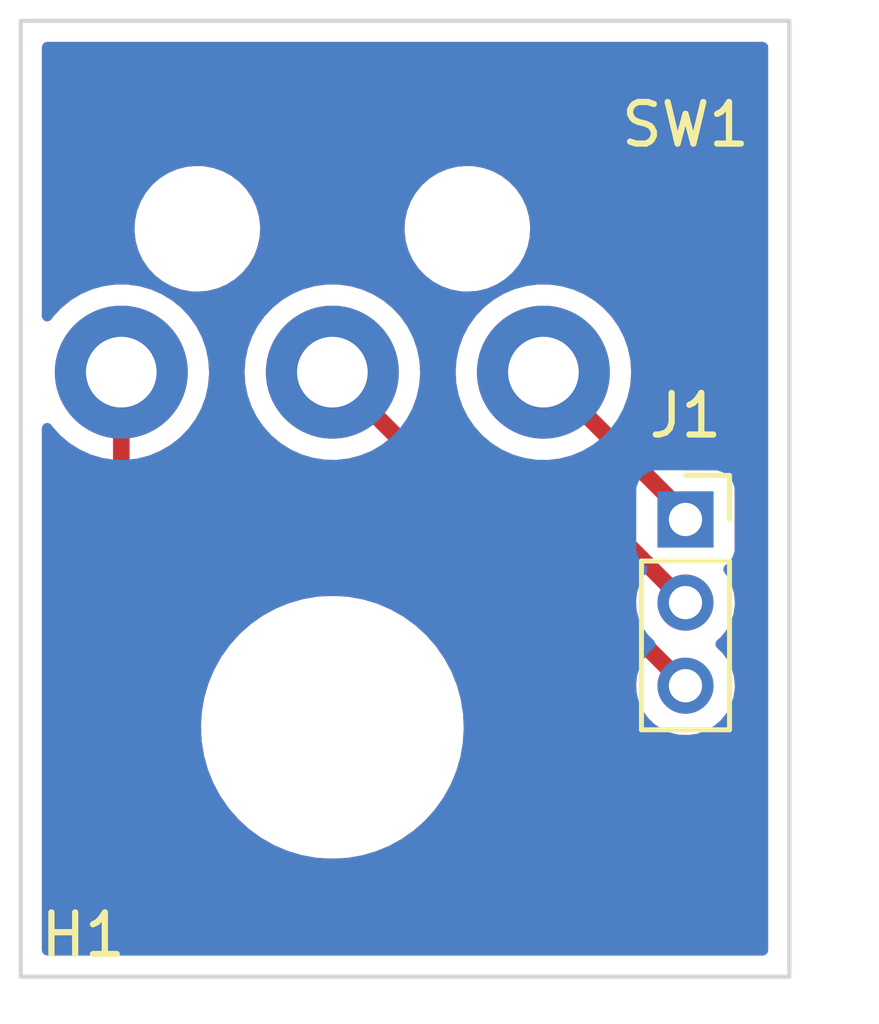
<source format=kicad_pcb>
(kicad_pcb (version 20211014) (generator pcbnew)
  (layers (0 "F.Cu" signal) (31 "B.Cu" signal) (34 "B.Paste" user) (35 "F.Paste" user) (36 "B.SilkS" user "B.Silkscreen") (37 "F.SilkS" user "F.Silkscreen") (38 "B.Mask" user) (39 "F.Mask" user) (44 "Edge.Cuts" user))
  (net 0 "")
  (net 1 "Net-(J1-Pad3)")
  (net 2 "Net-(J1-Pad1)")
  (net 3 "Net-(J1-Pad2)")
  (footprint "Connector_PinSocket_2.00mm:PinSocket_1x03_P2.00mm_Vertical" (layer "F.Cu") (at 136 72)
    (fp_text reference "J1" (at 0 -2.5) (layer "F.SilkS"))
    (fp_text value "Conn_01x03")
    (fp_line (start 1.06 -1.06) (end 1.06 0) (layer "F.SilkS") (width 0.12))
    (fp_line (start 0 -1.06) (end 1.06 -1.06) (layer "F.SilkS") (width 0.12))
    (fp_line (start 1.06 1) (end 1.06 5.06) (layer "F.SilkS") (width 0.12))
    (fp_line (start -1.06 5.06) (end 1.06 5.06) (layer "F.SilkS") (width 0.12))
    (fp_line (start -1.06 1) (end 1.06 1) (layer "F.SilkS") (width 0.12))
    (fp_line (start -1.06 1) (end -1.06 5.06) (layer "F.SilkS") (width 0.12))
    (pad "1" thru_hole rect (at 0 0) (size 1.35 1.35) (drill 0.8) (layers *.Cu *.Mask) (net 2 "Net-(J1-Pad1)"))
    (pad "2" thru_hole oval (at 0 2) (size 1.35 1.35) (drill 0.8) (layers *.Cu *.Mask) (net 3 "Net-(J1-Pad2)"))
    (pad "3" thru_hole oval (at 0 4) (size 1.35 1.35) (drill 0.8) (layers *.Cu *.Mask) (net 1 "Net-(J1-Pad3)"))
  )
  (footprint "MountingHole:MountingHole_5.3mm_M5" (layer "F.Cu") (at 127.5 77)
    (fp_text reference "H1" (at -6 5) (layer "F.SilkS"))
    (fp_text value "MountingHole")
    (pad "" np_thru_hole circle (at 0 0) (size 5.3 5.3) (drill 5.3) (layers *.Cu *.Mask))
  )
  (footprint "Limit_Switch_custom:SS075Q102F035V2A" (layer "F.Cu") (at 127.5 68.455)
    (fp_text reference "SW1" (at 8.5 -5.955 unlocked) (layer "F.SilkS"))
    (fp_text value "SW_SPDT")
    (pad "" np_thru_hole circle (at 3.25 -3.45) (size 2 2) (drill 2) (layers F&B.Cu *.Mask))
    (pad "" np_thru_hole circle (at -3.25 -3.45) (size 2 2) (drill 2) (layers F&B.Cu *.Mask))
    (pad "1" thru_hole circle (at 5.08 0) (size 3.2 3.2) (drill 1.7) (layers *.Cu *.Mask) (net 2 "Net-(J1-Pad1)"))
    (pad "2" thru_hole circle (at -5.08 0) (size 3.2 3.2) (drill 1.7) (layers *.Cu *.Mask) (net 1 "Net-(J1-Pad3)"))
    (pad "3" thru_hole circle (at 0 0) (size 3.2 3.2) (drill 1.7) (layers *.Cu *.Mask) (net 3 "Net-(J1-Pad2)"))
  )
  (gr_rect (start 120 60) (end 138.5 83) (layer "Edge.Cuts") (width 0.1) (fill none))
  (segment (start 122.42 70.92) (end 122.42 68.455) (width 0.4) (layer "F.Cu") (net 1))
  (segment (start 124 72.5) (end 122.42 70.92) (width 0.4) (layer "F.Cu") (net 1))
  (segment (start 132.5 72.5) (end 124 72.5) (width 0.4) (layer "F.Cu") (net 1))
  (segment (start 136 76) (end 132.5 72.5) (width 0.4) (layer "F.Cu") (net 1))
  (segment (start 132.58 68.455) (end 136 71.875) (width 0.4) (layer "F.Cu") (net 2))
  (segment (start 132.625 68.5) (end 132.58 68.455) (width 1) (layer "F.Cu") (net 2))
  (segment (start 136 71.875) (end 136 72) (width 0.4) (layer "F.Cu") (net 2))
  (segment (start 133 71) (end 130.045 71) (width 0.4) (layer "F.Cu") (net 3))
  (segment (start 136 74) (end 133 71) (width 0.4) (layer "F.Cu") (net 3))
  (segment (start 130.045 71) (end 127.5 68.455) (width 0.4) (layer "F.Cu") (net 3))
  (zone (net 0) (net_name "") (layers F&B.Cu) (connect_pads (clearance 0.508)) (min_thickness 0.254) (fill yes (thermal_gap 0.508) (thermal_bridge_width 0.508))
    (polygon (pts (xy 139 83.5) (xy 119.5 83.5) (xy 119.5 59.5) (xy 139 59.5)))
  )
)
</source>
